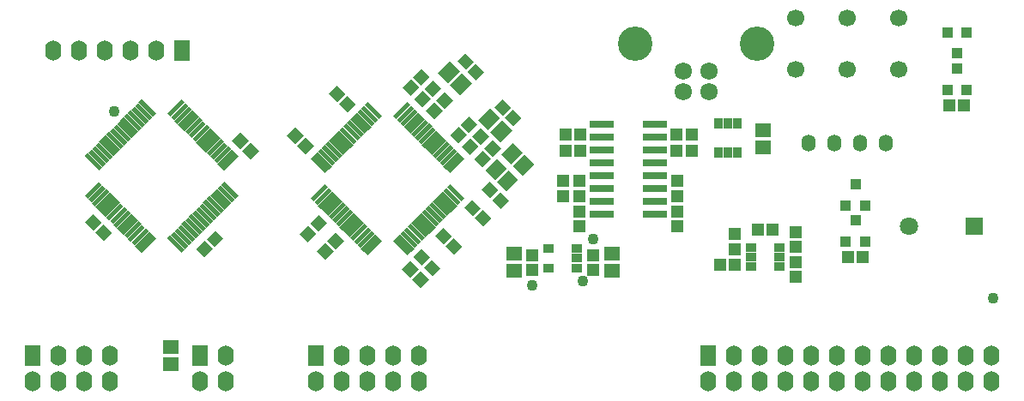
<source format=gts>
G04 #@! TF.FileFunction,Soldermask,Top*
%FSLAX46Y46*%
G04 Gerber Fmt 4.6, Leading zero omitted, Abs format (unit mm)*
G04 Created by KiCad (PCBNEW 4.0.6) date 08/12/17 18:43:04*
%MOMM*%
%LPD*%
G01*
G04 APERTURE LIST*
%ADD10C,0.100000*%
%ADD11R,1.650000X1.400000*%
%ADD12R,1.150000X1.200000*%
%ADD13R,1.200000X1.150000*%
%ADD14R,1.600000X2.000000*%
%ADD15O,1.600000X2.000000*%
%ADD16R,1.000000X1.100000*%
%ADD17C,1.100000*%
%ADD18R,2.400000X0.800000*%
%ADD19R,0.950000X1.100000*%
%ADD20R,1.100000X0.950000*%
%ADD21R,1.800000X1.800000*%
%ADD22C,1.800000*%
%ADD23C,1.720000*%
%ADD24C,3.400000*%
%ADD25C,1.700000*%
%ADD26O,1.400000X1.700000*%
G04 APERTURE END LIST*
D10*
G36*
X70493502Y-31130330D02*
X69680330Y-31943502D01*
X68831802Y-31094974D01*
X69644974Y-30281802D01*
X70493502Y-31130330D01*
X70493502Y-31130330D01*
G37*
G36*
X69468198Y-30105026D02*
X68655026Y-30918198D01*
X67806498Y-30069670D01*
X68619670Y-29256498D01*
X69468198Y-30105026D01*
X69468198Y-30105026D01*
G37*
G36*
X42215522Y-34569580D02*
X42533720Y-34887778D01*
X41119506Y-36301992D01*
X40801308Y-35983794D01*
X42215522Y-34569580D01*
X42215522Y-34569580D01*
G37*
G36*
X41861969Y-34216027D02*
X42180167Y-34534225D01*
X40765953Y-35948439D01*
X40447755Y-35630241D01*
X41861969Y-34216027D01*
X41861969Y-34216027D01*
G37*
G36*
X41508416Y-33862474D02*
X41826614Y-34180672D01*
X40412400Y-35594886D01*
X40094202Y-35276688D01*
X41508416Y-33862474D01*
X41508416Y-33862474D01*
G37*
G36*
X41154862Y-33508920D02*
X41473060Y-33827118D01*
X40058846Y-35241332D01*
X39740648Y-34923134D01*
X41154862Y-33508920D01*
X41154862Y-33508920D01*
G37*
G36*
X40801309Y-33155367D02*
X41119507Y-33473565D01*
X39705293Y-34887779D01*
X39387095Y-34569581D01*
X40801309Y-33155367D01*
X40801309Y-33155367D01*
G37*
G36*
X40447755Y-32801813D02*
X40765953Y-33120011D01*
X39351739Y-34534225D01*
X39033541Y-34216027D01*
X40447755Y-32801813D01*
X40447755Y-32801813D01*
G37*
G36*
X40094202Y-32448260D02*
X40412400Y-32766458D01*
X38998186Y-34180672D01*
X38679988Y-33862474D01*
X40094202Y-32448260D01*
X40094202Y-32448260D01*
G37*
G36*
X39740649Y-32094707D02*
X40058847Y-32412905D01*
X38644633Y-33827119D01*
X38326435Y-33508921D01*
X39740649Y-32094707D01*
X39740649Y-32094707D01*
G37*
G36*
X39387095Y-31741153D02*
X39705293Y-32059351D01*
X38291079Y-33473565D01*
X37972881Y-33155367D01*
X39387095Y-31741153D01*
X39387095Y-31741153D01*
G37*
G36*
X39033542Y-31387600D02*
X39351740Y-31705798D01*
X37937526Y-33120012D01*
X37619328Y-32801814D01*
X39033542Y-31387600D01*
X39033542Y-31387600D01*
G37*
G36*
X38679989Y-31034047D02*
X38998187Y-31352245D01*
X37583973Y-32766459D01*
X37265775Y-32448261D01*
X38679989Y-31034047D01*
X38679989Y-31034047D01*
G37*
G36*
X38326435Y-30680493D02*
X38644633Y-30998691D01*
X37230419Y-32412905D01*
X36912221Y-32094707D01*
X38326435Y-30680493D01*
X38326435Y-30680493D01*
G37*
G36*
X37972882Y-30326940D02*
X38291080Y-30645138D01*
X36876866Y-32059352D01*
X36558668Y-31741154D01*
X37972882Y-30326940D01*
X37972882Y-30326940D01*
G37*
G36*
X37619328Y-29973386D02*
X37937526Y-30291584D01*
X36523312Y-31705798D01*
X36205114Y-31387600D01*
X37619328Y-29973386D01*
X37619328Y-29973386D01*
G37*
G36*
X37265775Y-29619833D02*
X37583973Y-29938031D01*
X36169759Y-31352245D01*
X35851561Y-31034047D01*
X37265775Y-29619833D01*
X37265775Y-29619833D01*
G37*
G36*
X36912222Y-29266280D02*
X37230420Y-29584478D01*
X35816206Y-30998692D01*
X35498008Y-30680494D01*
X36912222Y-29266280D01*
X36912222Y-29266280D01*
G37*
G36*
X32669580Y-29584478D02*
X32987778Y-29266280D01*
X34401992Y-30680494D01*
X34083794Y-30998692D01*
X32669580Y-29584478D01*
X32669580Y-29584478D01*
G37*
G36*
X32316027Y-29938031D02*
X32634225Y-29619833D01*
X34048439Y-31034047D01*
X33730241Y-31352245D01*
X32316027Y-29938031D01*
X32316027Y-29938031D01*
G37*
G36*
X31962474Y-30291584D02*
X32280672Y-29973386D01*
X33694886Y-31387600D01*
X33376688Y-31705798D01*
X31962474Y-30291584D01*
X31962474Y-30291584D01*
G37*
G36*
X31608920Y-30645138D02*
X31927118Y-30326940D01*
X33341332Y-31741154D01*
X33023134Y-32059352D01*
X31608920Y-30645138D01*
X31608920Y-30645138D01*
G37*
G36*
X31255367Y-30998691D02*
X31573565Y-30680493D01*
X32987779Y-32094707D01*
X32669581Y-32412905D01*
X31255367Y-30998691D01*
X31255367Y-30998691D01*
G37*
G36*
X30901813Y-31352245D02*
X31220011Y-31034047D01*
X32634225Y-32448261D01*
X32316027Y-32766459D01*
X30901813Y-31352245D01*
X30901813Y-31352245D01*
G37*
G36*
X30548260Y-31705798D02*
X30866458Y-31387600D01*
X32280672Y-32801814D01*
X31962474Y-33120012D01*
X30548260Y-31705798D01*
X30548260Y-31705798D01*
G37*
G36*
X30194707Y-32059351D02*
X30512905Y-31741153D01*
X31927119Y-33155367D01*
X31608921Y-33473565D01*
X30194707Y-32059351D01*
X30194707Y-32059351D01*
G37*
G36*
X29841153Y-32412905D02*
X30159351Y-32094707D01*
X31573565Y-33508921D01*
X31255367Y-33827119D01*
X29841153Y-32412905D01*
X29841153Y-32412905D01*
G37*
G36*
X29487600Y-32766458D02*
X29805798Y-32448260D01*
X31220012Y-33862474D01*
X30901814Y-34180672D01*
X29487600Y-32766458D01*
X29487600Y-32766458D01*
G37*
G36*
X29134047Y-33120011D02*
X29452245Y-32801813D01*
X30866459Y-34216027D01*
X30548261Y-34534225D01*
X29134047Y-33120011D01*
X29134047Y-33120011D01*
G37*
G36*
X28780493Y-33473565D02*
X29098691Y-33155367D01*
X30512905Y-34569581D01*
X30194707Y-34887779D01*
X28780493Y-33473565D01*
X28780493Y-33473565D01*
G37*
G36*
X28426940Y-33827118D02*
X28745138Y-33508920D01*
X30159352Y-34923134D01*
X29841154Y-35241332D01*
X28426940Y-33827118D01*
X28426940Y-33827118D01*
G37*
G36*
X28073386Y-34180672D02*
X28391584Y-33862474D01*
X29805798Y-35276688D01*
X29487600Y-35594886D01*
X28073386Y-34180672D01*
X28073386Y-34180672D01*
G37*
G36*
X27719833Y-34534225D02*
X28038031Y-34216027D01*
X29452245Y-35630241D01*
X29134047Y-35948439D01*
X27719833Y-34534225D01*
X27719833Y-34534225D01*
G37*
G36*
X27366280Y-34887778D02*
X27684478Y-34569580D01*
X29098692Y-35983794D01*
X28780494Y-36301992D01*
X27366280Y-34887778D01*
X27366280Y-34887778D01*
G37*
G36*
X27684478Y-39130420D02*
X27366280Y-38812222D01*
X28780494Y-37398008D01*
X29098692Y-37716206D01*
X27684478Y-39130420D01*
X27684478Y-39130420D01*
G37*
G36*
X28038031Y-39483973D02*
X27719833Y-39165775D01*
X29134047Y-37751561D01*
X29452245Y-38069759D01*
X28038031Y-39483973D01*
X28038031Y-39483973D01*
G37*
G36*
X28391584Y-39837526D02*
X28073386Y-39519328D01*
X29487600Y-38105114D01*
X29805798Y-38423312D01*
X28391584Y-39837526D01*
X28391584Y-39837526D01*
G37*
G36*
X28745138Y-40191080D02*
X28426940Y-39872882D01*
X29841154Y-38458668D01*
X30159352Y-38776866D01*
X28745138Y-40191080D01*
X28745138Y-40191080D01*
G37*
G36*
X29098691Y-40544633D02*
X28780493Y-40226435D01*
X30194707Y-38812221D01*
X30512905Y-39130419D01*
X29098691Y-40544633D01*
X29098691Y-40544633D01*
G37*
G36*
X29452245Y-40898187D02*
X29134047Y-40579989D01*
X30548261Y-39165775D01*
X30866459Y-39483973D01*
X29452245Y-40898187D01*
X29452245Y-40898187D01*
G37*
G36*
X29805798Y-41251740D02*
X29487600Y-40933542D01*
X30901814Y-39519328D01*
X31220012Y-39837526D01*
X29805798Y-41251740D01*
X29805798Y-41251740D01*
G37*
G36*
X30159351Y-41605293D02*
X29841153Y-41287095D01*
X31255367Y-39872881D01*
X31573565Y-40191079D01*
X30159351Y-41605293D01*
X30159351Y-41605293D01*
G37*
G36*
X30512905Y-41958847D02*
X30194707Y-41640649D01*
X31608921Y-40226435D01*
X31927119Y-40544633D01*
X30512905Y-41958847D01*
X30512905Y-41958847D01*
G37*
G36*
X30866458Y-42312400D02*
X30548260Y-41994202D01*
X31962474Y-40579988D01*
X32280672Y-40898186D01*
X30866458Y-42312400D01*
X30866458Y-42312400D01*
G37*
G36*
X31220011Y-42665953D02*
X30901813Y-42347755D01*
X32316027Y-40933541D01*
X32634225Y-41251739D01*
X31220011Y-42665953D01*
X31220011Y-42665953D01*
G37*
G36*
X31573565Y-43019507D02*
X31255367Y-42701309D01*
X32669581Y-41287095D01*
X32987779Y-41605293D01*
X31573565Y-43019507D01*
X31573565Y-43019507D01*
G37*
G36*
X31927118Y-43373060D02*
X31608920Y-43054862D01*
X33023134Y-41640648D01*
X33341332Y-41958846D01*
X31927118Y-43373060D01*
X31927118Y-43373060D01*
G37*
G36*
X32280672Y-43726614D02*
X31962474Y-43408416D01*
X33376688Y-41994202D01*
X33694886Y-42312400D01*
X32280672Y-43726614D01*
X32280672Y-43726614D01*
G37*
G36*
X32634225Y-44080167D02*
X32316027Y-43761969D01*
X33730241Y-42347755D01*
X34048439Y-42665953D01*
X32634225Y-44080167D01*
X32634225Y-44080167D01*
G37*
G36*
X32987778Y-44433720D02*
X32669580Y-44115522D01*
X34083794Y-42701308D01*
X34401992Y-43019506D01*
X32987778Y-44433720D01*
X32987778Y-44433720D01*
G37*
G36*
X37230420Y-44115522D02*
X36912222Y-44433720D01*
X35498008Y-43019506D01*
X35816206Y-42701308D01*
X37230420Y-44115522D01*
X37230420Y-44115522D01*
G37*
G36*
X37583973Y-43761969D02*
X37265775Y-44080167D01*
X35851561Y-42665953D01*
X36169759Y-42347755D01*
X37583973Y-43761969D01*
X37583973Y-43761969D01*
G37*
G36*
X37937526Y-43408416D02*
X37619328Y-43726614D01*
X36205114Y-42312400D01*
X36523312Y-41994202D01*
X37937526Y-43408416D01*
X37937526Y-43408416D01*
G37*
G36*
X38291080Y-43054862D02*
X37972882Y-43373060D01*
X36558668Y-41958846D01*
X36876866Y-41640648D01*
X38291080Y-43054862D01*
X38291080Y-43054862D01*
G37*
G36*
X38644633Y-42701309D02*
X38326435Y-43019507D01*
X36912221Y-41605293D01*
X37230419Y-41287095D01*
X38644633Y-42701309D01*
X38644633Y-42701309D01*
G37*
G36*
X38998187Y-42347755D02*
X38679989Y-42665953D01*
X37265775Y-41251739D01*
X37583973Y-40933541D01*
X38998187Y-42347755D01*
X38998187Y-42347755D01*
G37*
G36*
X39351740Y-41994202D02*
X39033542Y-42312400D01*
X37619328Y-40898186D01*
X37937526Y-40579988D01*
X39351740Y-41994202D01*
X39351740Y-41994202D01*
G37*
G36*
X39705293Y-41640649D02*
X39387095Y-41958847D01*
X37972881Y-40544633D01*
X38291079Y-40226435D01*
X39705293Y-41640649D01*
X39705293Y-41640649D01*
G37*
G36*
X40058847Y-41287095D02*
X39740649Y-41605293D01*
X38326435Y-40191079D01*
X38644633Y-39872881D01*
X40058847Y-41287095D01*
X40058847Y-41287095D01*
G37*
G36*
X40412400Y-40933542D02*
X40094202Y-41251740D01*
X38679988Y-39837526D01*
X38998186Y-39519328D01*
X40412400Y-40933542D01*
X40412400Y-40933542D01*
G37*
G36*
X40765953Y-40579989D02*
X40447755Y-40898187D01*
X39033541Y-39483973D01*
X39351739Y-39165775D01*
X40765953Y-40579989D01*
X40765953Y-40579989D01*
G37*
G36*
X41119507Y-40226435D02*
X40801309Y-40544633D01*
X39387095Y-39130419D01*
X39705293Y-38812221D01*
X41119507Y-40226435D01*
X41119507Y-40226435D01*
G37*
G36*
X41473060Y-39872882D02*
X41154862Y-40191080D01*
X39740648Y-38776866D01*
X40058846Y-38458668D01*
X41473060Y-39872882D01*
X41473060Y-39872882D01*
G37*
G36*
X41826614Y-39519328D02*
X41508416Y-39837526D01*
X40094202Y-38423312D01*
X40412400Y-38105114D01*
X41826614Y-39519328D01*
X41826614Y-39519328D01*
G37*
G36*
X42180167Y-39165775D02*
X41861969Y-39483973D01*
X40447755Y-38069759D01*
X40765953Y-37751561D01*
X42180167Y-39165775D01*
X42180167Y-39165775D01*
G37*
G36*
X42533720Y-38812222D02*
X42215522Y-39130420D01*
X40801308Y-37716206D01*
X41119506Y-37398008D01*
X42533720Y-38812222D01*
X42533720Y-38812222D01*
G37*
D11*
X94300000Y-34050000D03*
X94300000Y-32350000D03*
D12*
X85800000Y-41825000D03*
X85800000Y-40375000D03*
X85800000Y-37375000D03*
X85800000Y-38825000D03*
X76200000Y-37375000D03*
X76200000Y-38825000D03*
X76200000Y-41825000D03*
X76200000Y-40375000D03*
D10*
G36*
X66556498Y-38219670D02*
X67369670Y-37406498D01*
X68218198Y-38255026D01*
X67405026Y-39068198D01*
X66556498Y-38219670D01*
X66556498Y-38219670D01*
G37*
G36*
X67581802Y-39244974D02*
X68394974Y-38431802D01*
X69243502Y-39280330D01*
X68430330Y-40093502D01*
X67581802Y-39244974D01*
X67581802Y-39244974D01*
G37*
G36*
X67630330Y-33306498D02*
X68443502Y-34119670D01*
X67594974Y-34968198D01*
X66781802Y-34155026D01*
X67630330Y-33306498D01*
X67630330Y-33306498D01*
G37*
G36*
X66605026Y-34331802D02*
X67418198Y-35144974D01*
X66569670Y-35993502D01*
X65756498Y-35180330D01*
X66605026Y-34331802D01*
X66605026Y-34331802D01*
G37*
G36*
X65578338Y-27711612D02*
X64411612Y-28878338D01*
X63421662Y-27888388D01*
X64588388Y-26721662D01*
X65578338Y-27711612D01*
X65578338Y-27711612D01*
G37*
G36*
X64376256Y-26509530D02*
X63209530Y-27676256D01*
X62219580Y-26686306D01*
X63386306Y-25519580D01*
X64376256Y-26509530D01*
X64376256Y-26509530D01*
G37*
G36*
X69528338Y-32361612D02*
X68361612Y-33528338D01*
X67371662Y-32538388D01*
X68538388Y-31371662D01*
X69528338Y-32361612D01*
X69528338Y-32361612D01*
G37*
G36*
X68326256Y-31159530D02*
X67159530Y-32326256D01*
X66169580Y-31336306D01*
X67336306Y-30169580D01*
X68326256Y-31159530D01*
X68326256Y-31159530D01*
G37*
G36*
X61819670Y-31243502D02*
X61006498Y-30430330D01*
X61855026Y-29581802D01*
X62668198Y-30394974D01*
X61819670Y-31243502D01*
X61819670Y-31243502D01*
G37*
G36*
X62844974Y-30218198D02*
X62031802Y-29405026D01*
X62880330Y-28556498D01*
X63693502Y-29369670D01*
X62844974Y-30218198D01*
X62844974Y-30218198D01*
G37*
G36*
X65369670Y-34793502D02*
X64556498Y-33980330D01*
X65405026Y-33131802D01*
X66218198Y-33944974D01*
X65369670Y-34793502D01*
X65369670Y-34793502D01*
G37*
G36*
X66394974Y-33768198D02*
X65581802Y-32955026D01*
X66430330Y-32106498D01*
X67243502Y-32919670D01*
X66394974Y-33768198D01*
X66394974Y-33768198D01*
G37*
G36*
X59806498Y-44869670D02*
X60619670Y-44056498D01*
X61468198Y-44905026D01*
X60655026Y-45718198D01*
X59806498Y-44869670D01*
X59806498Y-44869670D01*
G37*
G36*
X60831802Y-45894974D02*
X61644974Y-45081802D01*
X62493502Y-45930330D01*
X61680330Y-46743502D01*
X60831802Y-45894974D01*
X60831802Y-45894974D01*
G37*
G36*
X49993502Y-33880330D02*
X49180330Y-34693502D01*
X48331802Y-33844974D01*
X49144974Y-33031802D01*
X49993502Y-33880330D01*
X49993502Y-33880330D01*
G37*
G36*
X48968198Y-32855026D02*
X48155026Y-33668198D01*
X47306498Y-32819670D01*
X48119670Y-32006498D01*
X48968198Y-32855026D01*
X48968198Y-32855026D01*
G37*
G36*
X61956498Y-42769670D02*
X62769670Y-41956498D01*
X63618198Y-42805026D01*
X62805026Y-43618198D01*
X61956498Y-42769670D01*
X61956498Y-42769670D01*
G37*
G36*
X62981802Y-43794974D02*
X63794974Y-42981802D01*
X64643502Y-43830330D01*
X63830330Y-44643502D01*
X62981802Y-43794974D01*
X62981802Y-43794974D01*
G37*
G36*
X52130330Y-42406498D02*
X52943502Y-43219670D01*
X52094974Y-44068198D01*
X51281802Y-43255026D01*
X52130330Y-42406498D01*
X52130330Y-42406498D01*
G37*
G36*
X51105026Y-43431802D02*
X51918198Y-44244974D01*
X51069670Y-45093502D01*
X50256498Y-44280330D01*
X51105026Y-43431802D01*
X51105026Y-43431802D01*
G37*
G36*
X54143502Y-29780330D02*
X53330330Y-30593502D01*
X52481802Y-29744974D01*
X53294974Y-28931802D01*
X54143502Y-29780330D01*
X54143502Y-29780330D01*
G37*
G36*
X53118198Y-28755026D02*
X52305026Y-29568198D01*
X51456498Y-28719670D01*
X52269670Y-27906498D01*
X53118198Y-28755026D01*
X53118198Y-28755026D01*
G37*
G36*
X64806498Y-39969670D02*
X65619670Y-39156498D01*
X66468198Y-40005026D01*
X65655026Y-40818198D01*
X64806498Y-39969670D01*
X64806498Y-39969670D01*
G37*
G36*
X65831802Y-40994974D02*
X66644974Y-40181802D01*
X67493502Y-41030330D01*
X66680330Y-41843502D01*
X65831802Y-40994974D01*
X65831802Y-40994974D01*
G37*
G36*
X60669670Y-30093502D02*
X59856498Y-29280330D01*
X60705026Y-28431802D01*
X61518198Y-29244974D01*
X60669670Y-30093502D01*
X60669670Y-30093502D01*
G37*
G36*
X61694974Y-29068198D02*
X60881802Y-28255026D01*
X61730330Y-27406498D01*
X62543502Y-28219670D01*
X61694974Y-29068198D01*
X61694974Y-29068198D01*
G37*
G36*
X58656498Y-46019670D02*
X59469670Y-45206498D01*
X60318198Y-46055026D01*
X59505026Y-46868198D01*
X58656498Y-46019670D01*
X58656498Y-46019670D01*
G37*
G36*
X59681802Y-47044974D02*
X60494974Y-46231802D01*
X61343502Y-47080330D01*
X60530330Y-47893502D01*
X59681802Y-47044974D01*
X59681802Y-47044974D01*
G37*
G36*
X50430330Y-40706498D02*
X51243502Y-41519670D01*
X50394974Y-42368198D01*
X49581802Y-41555026D01*
X50430330Y-40706498D01*
X50430330Y-40706498D01*
G37*
G36*
X49405026Y-41731802D02*
X50218198Y-42544974D01*
X49369670Y-43393502D01*
X48556498Y-42580330D01*
X49405026Y-41731802D01*
X49405026Y-41731802D01*
G37*
D11*
X79350000Y-46250000D03*
X79350000Y-44550000D03*
D12*
X77542743Y-46121293D03*
X77542743Y-44671293D03*
X71542743Y-46121293D03*
X71542743Y-44671293D03*
D11*
X69742743Y-46250000D03*
X69742743Y-44550000D03*
D13*
X95225000Y-42150000D03*
X93775000Y-42150000D03*
D10*
G36*
X41906498Y-33319670D02*
X42719670Y-32506498D01*
X43568198Y-33355026D01*
X42755026Y-34168198D01*
X41906498Y-33319670D01*
X41906498Y-33319670D01*
G37*
G36*
X42931802Y-34344974D02*
X43744974Y-33531802D01*
X44593502Y-34380330D01*
X43780330Y-35193502D01*
X42931802Y-34344974D01*
X42931802Y-34344974D01*
G37*
G36*
X27406498Y-41419670D02*
X28219670Y-40606498D01*
X29068198Y-41455026D01*
X28255026Y-42268198D01*
X27406498Y-41419670D01*
X27406498Y-41419670D01*
G37*
G36*
X28431802Y-42444974D02*
X29244974Y-41631802D01*
X30093502Y-42480330D01*
X29280330Y-43293502D01*
X28431802Y-42444974D01*
X28431802Y-42444974D01*
G37*
G36*
X40230330Y-42206498D02*
X41043502Y-43019670D01*
X40194974Y-43868198D01*
X39381802Y-43055026D01*
X40230330Y-42206498D01*
X40230330Y-42206498D01*
G37*
G36*
X39205026Y-43231802D02*
X40018198Y-44044974D01*
X39169670Y-44893502D01*
X38356498Y-44080330D01*
X39205026Y-43231802D01*
X39205026Y-43231802D01*
G37*
D11*
X35900000Y-53750000D03*
X35900000Y-55450000D03*
D14*
X36950000Y-24500000D03*
D15*
X34410000Y-24500000D03*
X31870000Y-24500000D03*
X29330000Y-24500000D03*
X26790000Y-24500000D03*
X24250000Y-24500000D03*
D16*
X114350000Y-22650000D03*
X112450000Y-22650000D03*
X113400000Y-24750000D03*
X102450000Y-39750000D03*
X104350000Y-39750000D03*
X103400000Y-37650000D03*
D13*
X87225000Y-34400000D03*
X85775000Y-34400000D03*
X76225000Y-34400000D03*
X74775000Y-34400000D03*
X87225000Y-32800000D03*
X85775000Y-32800000D03*
X76225000Y-32800000D03*
X74775000Y-32800000D03*
D10*
G36*
X65280330Y-30956498D02*
X66093502Y-31769670D01*
X65244974Y-32618198D01*
X64431802Y-31805026D01*
X65280330Y-30956498D01*
X65280330Y-30956498D01*
G37*
G36*
X64255026Y-31981802D02*
X65068198Y-32794974D01*
X64219670Y-33643502D01*
X63406498Y-32830330D01*
X64255026Y-31981802D01*
X64255026Y-31981802D01*
G37*
G36*
X64106498Y-25519670D02*
X64919670Y-24706498D01*
X65768198Y-25555026D01*
X64955026Y-26368198D01*
X64106498Y-25519670D01*
X64106498Y-25519670D01*
G37*
G36*
X65131802Y-26544974D02*
X65944974Y-25731802D01*
X66793502Y-26580330D01*
X65980330Y-27393502D01*
X65131802Y-26544974D01*
X65131802Y-26544974D01*
G37*
D12*
X97500000Y-45375000D03*
X97500000Y-46825000D03*
X91500000Y-44075000D03*
X91500000Y-42625000D03*
X97500000Y-43825000D03*
X97500000Y-42375000D03*
D13*
X91525000Y-45650000D03*
X90075000Y-45650000D03*
D10*
G36*
X59519670Y-28943502D02*
X58706498Y-28130330D01*
X59555026Y-27281802D01*
X60368198Y-28094974D01*
X59519670Y-28943502D01*
X59519670Y-28943502D01*
G37*
G36*
X60544974Y-27918198D02*
X59731802Y-27105026D01*
X60580330Y-26256498D01*
X61393502Y-27069670D01*
X60544974Y-27918198D01*
X60544974Y-27918198D01*
G37*
D13*
X114125000Y-29900000D03*
X112675000Y-29900000D03*
X104125000Y-44900000D03*
X102675000Y-44900000D03*
D12*
X74600000Y-38825000D03*
X74600000Y-37375000D03*
D16*
X112450000Y-28350000D03*
X114350000Y-28350000D03*
X113400000Y-26250000D03*
X102450000Y-43350000D03*
X104350000Y-43350000D03*
X103400000Y-41250000D03*
D17*
X116950000Y-48950000D03*
X71542743Y-47696293D03*
X76500000Y-47200000D03*
X77542743Y-43096293D03*
X30300000Y-30500000D03*
D18*
X83600000Y-40645000D03*
X83600000Y-39375000D03*
X83600000Y-38105000D03*
X83600000Y-36835000D03*
X83600000Y-35565000D03*
X83600000Y-34295000D03*
X83600000Y-33025000D03*
X83600000Y-31755000D03*
X78400000Y-31755000D03*
X78400000Y-33025000D03*
X78400000Y-34295000D03*
X78400000Y-35565000D03*
X78400000Y-36835000D03*
X78400000Y-38105000D03*
X78400000Y-39375000D03*
X78400000Y-40645000D03*
D19*
X91750000Y-31700000D03*
X90800000Y-31700000D03*
X89850000Y-31700000D03*
X89850000Y-34500000D03*
X90800000Y-34500000D03*
X91750000Y-34500000D03*
D20*
X75942743Y-45946293D03*
X75942743Y-44996293D03*
X75942743Y-44046293D03*
X73142743Y-44046293D03*
X73142743Y-45946293D03*
X93100000Y-43900000D03*
X93100000Y-44850000D03*
X93100000Y-45800000D03*
X95900000Y-45800000D03*
X95900000Y-44850000D03*
X95900000Y-43900000D03*
D21*
X115150000Y-41800000D03*
D22*
X108650000Y-41800000D03*
D23*
X88970000Y-28500000D03*
X86430000Y-28500000D03*
X86430000Y-26500000D03*
X88970000Y-26500000D03*
D24*
X93700000Y-23800000D03*
X81700000Y-23800000D03*
D25*
X97520000Y-26340000D03*
X97520000Y-21260000D03*
X102600000Y-26340000D03*
X102600000Y-21260000D03*
X107680000Y-21260000D03*
X107680000Y-26340000D03*
D10*
G36*
X68999480Y-38386486D02*
X68044885Y-37431891D01*
X69176256Y-36300520D01*
X70130851Y-37255115D01*
X68999480Y-38386486D01*
X68999480Y-38386486D01*
G37*
G36*
X69423744Y-35699480D02*
X68469149Y-34744885D01*
X69600520Y-33613514D01*
X70555115Y-34568109D01*
X69423744Y-35699480D01*
X69423744Y-35699480D01*
G37*
G36*
X70555115Y-36830851D02*
X69600520Y-35876256D01*
X70731891Y-34744885D01*
X71686486Y-35699480D01*
X70555115Y-36830851D01*
X70555115Y-36830851D01*
G37*
G36*
X67868109Y-37255115D02*
X66913514Y-36300520D01*
X68044885Y-35169149D01*
X68999480Y-36123744D01*
X67868109Y-37255115D01*
X67868109Y-37255115D01*
G37*
D14*
X22225000Y-54610000D03*
D15*
X22225000Y-57150000D03*
X24765000Y-54610000D03*
X24765000Y-57150000D03*
X27305000Y-54610000D03*
X27305000Y-57150000D03*
X29845000Y-54610000D03*
X29845000Y-57150000D03*
D14*
X38735000Y-54610000D03*
D15*
X38735000Y-57150000D03*
X41275000Y-54610000D03*
X41275000Y-57150000D03*
D14*
X50165000Y-54610000D03*
D15*
X50165000Y-57150000D03*
X52705000Y-54610000D03*
X52705000Y-57150000D03*
X55245000Y-54610000D03*
X55245000Y-57150000D03*
X57785000Y-54610000D03*
X57785000Y-57150000D03*
X60325000Y-54610000D03*
X60325000Y-57150000D03*
D14*
X88900000Y-54610000D03*
D15*
X88900000Y-57150000D03*
X91440000Y-54610000D03*
X91440000Y-57150000D03*
X93980000Y-54610000D03*
X93980000Y-57150000D03*
X96520000Y-54610000D03*
X96520000Y-57150000D03*
X99060000Y-54610000D03*
X99060000Y-57150000D03*
X101600000Y-54610000D03*
X101600000Y-57150000D03*
X104140000Y-54610000D03*
X104140000Y-57150000D03*
X106680000Y-54610000D03*
X106680000Y-57150000D03*
X109220000Y-54610000D03*
X109220000Y-57150000D03*
X111760000Y-54610000D03*
X111760000Y-57150000D03*
X114300000Y-54610000D03*
X114300000Y-57150000D03*
X116840000Y-54610000D03*
X116840000Y-57150000D03*
D10*
G36*
X64515522Y-34819580D02*
X64833720Y-35137778D01*
X63419506Y-36551992D01*
X63101308Y-36233794D01*
X64515522Y-34819580D01*
X64515522Y-34819580D01*
G37*
G36*
X64161969Y-34466027D02*
X64480167Y-34784225D01*
X63065953Y-36198439D01*
X62747755Y-35880241D01*
X64161969Y-34466027D01*
X64161969Y-34466027D01*
G37*
G36*
X63808416Y-34112474D02*
X64126614Y-34430672D01*
X62712400Y-35844886D01*
X62394202Y-35526688D01*
X63808416Y-34112474D01*
X63808416Y-34112474D01*
G37*
G36*
X63454862Y-33758920D02*
X63773060Y-34077118D01*
X62358846Y-35491332D01*
X62040648Y-35173134D01*
X63454862Y-33758920D01*
X63454862Y-33758920D01*
G37*
G36*
X63101309Y-33405367D02*
X63419507Y-33723565D01*
X62005293Y-35137779D01*
X61687095Y-34819581D01*
X63101309Y-33405367D01*
X63101309Y-33405367D01*
G37*
G36*
X62747755Y-33051813D02*
X63065953Y-33370011D01*
X61651739Y-34784225D01*
X61333541Y-34466027D01*
X62747755Y-33051813D01*
X62747755Y-33051813D01*
G37*
G36*
X62394202Y-32698260D02*
X62712400Y-33016458D01*
X61298186Y-34430672D01*
X60979988Y-34112474D01*
X62394202Y-32698260D01*
X62394202Y-32698260D01*
G37*
G36*
X62040649Y-32344707D02*
X62358847Y-32662905D01*
X60944633Y-34077119D01*
X60626435Y-33758921D01*
X62040649Y-32344707D01*
X62040649Y-32344707D01*
G37*
G36*
X61687095Y-31991153D02*
X62005293Y-32309351D01*
X60591079Y-33723565D01*
X60272881Y-33405367D01*
X61687095Y-31991153D01*
X61687095Y-31991153D01*
G37*
G36*
X61333542Y-31637600D02*
X61651740Y-31955798D01*
X60237526Y-33370012D01*
X59919328Y-33051814D01*
X61333542Y-31637600D01*
X61333542Y-31637600D01*
G37*
G36*
X60979989Y-31284047D02*
X61298187Y-31602245D01*
X59883973Y-33016459D01*
X59565775Y-32698261D01*
X60979989Y-31284047D01*
X60979989Y-31284047D01*
G37*
G36*
X60626435Y-30930493D02*
X60944633Y-31248691D01*
X59530419Y-32662905D01*
X59212221Y-32344707D01*
X60626435Y-30930493D01*
X60626435Y-30930493D01*
G37*
G36*
X60272882Y-30576940D02*
X60591080Y-30895138D01*
X59176866Y-32309352D01*
X58858668Y-31991154D01*
X60272882Y-30576940D01*
X60272882Y-30576940D01*
G37*
G36*
X59919328Y-30223386D02*
X60237526Y-30541584D01*
X58823312Y-31955798D01*
X58505114Y-31637600D01*
X59919328Y-30223386D01*
X59919328Y-30223386D01*
G37*
G36*
X59565775Y-29869833D02*
X59883973Y-30188031D01*
X58469759Y-31602245D01*
X58151561Y-31284047D01*
X59565775Y-29869833D01*
X59565775Y-29869833D01*
G37*
G36*
X59212222Y-29516280D02*
X59530420Y-29834478D01*
X58116206Y-31248692D01*
X57798008Y-30930494D01*
X59212222Y-29516280D01*
X59212222Y-29516280D01*
G37*
G36*
X54969580Y-29834478D02*
X55287778Y-29516280D01*
X56701992Y-30930494D01*
X56383794Y-31248692D01*
X54969580Y-29834478D01*
X54969580Y-29834478D01*
G37*
G36*
X54616027Y-30188031D02*
X54934225Y-29869833D01*
X56348439Y-31284047D01*
X56030241Y-31602245D01*
X54616027Y-30188031D01*
X54616027Y-30188031D01*
G37*
G36*
X54262474Y-30541584D02*
X54580672Y-30223386D01*
X55994886Y-31637600D01*
X55676688Y-31955798D01*
X54262474Y-30541584D01*
X54262474Y-30541584D01*
G37*
G36*
X53908920Y-30895138D02*
X54227118Y-30576940D01*
X55641332Y-31991154D01*
X55323134Y-32309352D01*
X53908920Y-30895138D01*
X53908920Y-30895138D01*
G37*
G36*
X53555367Y-31248691D02*
X53873565Y-30930493D01*
X55287779Y-32344707D01*
X54969581Y-32662905D01*
X53555367Y-31248691D01*
X53555367Y-31248691D01*
G37*
G36*
X53201813Y-31602245D02*
X53520011Y-31284047D01*
X54934225Y-32698261D01*
X54616027Y-33016459D01*
X53201813Y-31602245D01*
X53201813Y-31602245D01*
G37*
G36*
X52848260Y-31955798D02*
X53166458Y-31637600D01*
X54580672Y-33051814D01*
X54262474Y-33370012D01*
X52848260Y-31955798D01*
X52848260Y-31955798D01*
G37*
G36*
X52494707Y-32309351D02*
X52812905Y-31991153D01*
X54227119Y-33405367D01*
X53908921Y-33723565D01*
X52494707Y-32309351D01*
X52494707Y-32309351D01*
G37*
G36*
X52141153Y-32662905D02*
X52459351Y-32344707D01*
X53873565Y-33758921D01*
X53555367Y-34077119D01*
X52141153Y-32662905D01*
X52141153Y-32662905D01*
G37*
G36*
X51787600Y-33016458D02*
X52105798Y-32698260D01*
X53520012Y-34112474D01*
X53201814Y-34430672D01*
X51787600Y-33016458D01*
X51787600Y-33016458D01*
G37*
G36*
X51434047Y-33370011D02*
X51752245Y-33051813D01*
X53166459Y-34466027D01*
X52848261Y-34784225D01*
X51434047Y-33370011D01*
X51434047Y-33370011D01*
G37*
G36*
X51080493Y-33723565D02*
X51398691Y-33405367D01*
X52812905Y-34819581D01*
X52494707Y-35137779D01*
X51080493Y-33723565D01*
X51080493Y-33723565D01*
G37*
G36*
X50726940Y-34077118D02*
X51045138Y-33758920D01*
X52459352Y-35173134D01*
X52141154Y-35491332D01*
X50726940Y-34077118D01*
X50726940Y-34077118D01*
G37*
G36*
X50373386Y-34430672D02*
X50691584Y-34112474D01*
X52105798Y-35526688D01*
X51787600Y-35844886D01*
X50373386Y-34430672D01*
X50373386Y-34430672D01*
G37*
G36*
X50019833Y-34784225D02*
X50338031Y-34466027D01*
X51752245Y-35880241D01*
X51434047Y-36198439D01*
X50019833Y-34784225D01*
X50019833Y-34784225D01*
G37*
G36*
X49666280Y-35137778D02*
X49984478Y-34819580D01*
X51398692Y-36233794D01*
X51080494Y-36551992D01*
X49666280Y-35137778D01*
X49666280Y-35137778D01*
G37*
G36*
X49984478Y-39380420D02*
X49666280Y-39062222D01*
X51080494Y-37648008D01*
X51398692Y-37966206D01*
X49984478Y-39380420D01*
X49984478Y-39380420D01*
G37*
G36*
X50338031Y-39733973D02*
X50019833Y-39415775D01*
X51434047Y-38001561D01*
X51752245Y-38319759D01*
X50338031Y-39733973D01*
X50338031Y-39733973D01*
G37*
G36*
X50691584Y-40087526D02*
X50373386Y-39769328D01*
X51787600Y-38355114D01*
X52105798Y-38673312D01*
X50691584Y-40087526D01*
X50691584Y-40087526D01*
G37*
G36*
X51045138Y-40441080D02*
X50726940Y-40122882D01*
X52141154Y-38708668D01*
X52459352Y-39026866D01*
X51045138Y-40441080D01*
X51045138Y-40441080D01*
G37*
G36*
X51398691Y-40794633D02*
X51080493Y-40476435D01*
X52494707Y-39062221D01*
X52812905Y-39380419D01*
X51398691Y-40794633D01*
X51398691Y-40794633D01*
G37*
G36*
X51752245Y-41148187D02*
X51434047Y-40829989D01*
X52848261Y-39415775D01*
X53166459Y-39733973D01*
X51752245Y-41148187D01*
X51752245Y-41148187D01*
G37*
G36*
X52105798Y-41501740D02*
X51787600Y-41183542D01*
X53201814Y-39769328D01*
X53520012Y-40087526D01*
X52105798Y-41501740D01*
X52105798Y-41501740D01*
G37*
G36*
X52459351Y-41855293D02*
X52141153Y-41537095D01*
X53555367Y-40122881D01*
X53873565Y-40441079D01*
X52459351Y-41855293D01*
X52459351Y-41855293D01*
G37*
G36*
X52812905Y-42208847D02*
X52494707Y-41890649D01*
X53908921Y-40476435D01*
X54227119Y-40794633D01*
X52812905Y-42208847D01*
X52812905Y-42208847D01*
G37*
G36*
X53166458Y-42562400D02*
X52848260Y-42244202D01*
X54262474Y-40829988D01*
X54580672Y-41148186D01*
X53166458Y-42562400D01*
X53166458Y-42562400D01*
G37*
G36*
X53520011Y-42915953D02*
X53201813Y-42597755D01*
X54616027Y-41183541D01*
X54934225Y-41501739D01*
X53520011Y-42915953D01*
X53520011Y-42915953D01*
G37*
G36*
X53873565Y-43269507D02*
X53555367Y-42951309D01*
X54969581Y-41537095D01*
X55287779Y-41855293D01*
X53873565Y-43269507D01*
X53873565Y-43269507D01*
G37*
G36*
X54227118Y-43623060D02*
X53908920Y-43304862D01*
X55323134Y-41890648D01*
X55641332Y-42208846D01*
X54227118Y-43623060D01*
X54227118Y-43623060D01*
G37*
G36*
X54580672Y-43976614D02*
X54262474Y-43658416D01*
X55676688Y-42244202D01*
X55994886Y-42562400D01*
X54580672Y-43976614D01*
X54580672Y-43976614D01*
G37*
G36*
X54934225Y-44330167D02*
X54616027Y-44011969D01*
X56030241Y-42597755D01*
X56348439Y-42915953D01*
X54934225Y-44330167D01*
X54934225Y-44330167D01*
G37*
G36*
X55287778Y-44683720D02*
X54969580Y-44365522D01*
X56383794Y-42951308D01*
X56701992Y-43269506D01*
X55287778Y-44683720D01*
X55287778Y-44683720D01*
G37*
G36*
X59530420Y-44365522D02*
X59212222Y-44683720D01*
X57798008Y-43269506D01*
X58116206Y-42951308D01*
X59530420Y-44365522D01*
X59530420Y-44365522D01*
G37*
G36*
X59883973Y-44011969D02*
X59565775Y-44330167D01*
X58151561Y-42915953D01*
X58469759Y-42597755D01*
X59883973Y-44011969D01*
X59883973Y-44011969D01*
G37*
G36*
X60237526Y-43658416D02*
X59919328Y-43976614D01*
X58505114Y-42562400D01*
X58823312Y-42244202D01*
X60237526Y-43658416D01*
X60237526Y-43658416D01*
G37*
G36*
X60591080Y-43304862D02*
X60272882Y-43623060D01*
X58858668Y-42208846D01*
X59176866Y-41890648D01*
X60591080Y-43304862D01*
X60591080Y-43304862D01*
G37*
G36*
X60944633Y-42951309D02*
X60626435Y-43269507D01*
X59212221Y-41855293D01*
X59530419Y-41537095D01*
X60944633Y-42951309D01*
X60944633Y-42951309D01*
G37*
G36*
X61298187Y-42597755D02*
X60979989Y-42915953D01*
X59565775Y-41501739D01*
X59883973Y-41183541D01*
X61298187Y-42597755D01*
X61298187Y-42597755D01*
G37*
G36*
X61651740Y-42244202D02*
X61333542Y-42562400D01*
X59919328Y-41148186D01*
X60237526Y-40829988D01*
X61651740Y-42244202D01*
X61651740Y-42244202D01*
G37*
G36*
X62005293Y-41890649D02*
X61687095Y-42208847D01*
X60272881Y-40794633D01*
X60591079Y-40476435D01*
X62005293Y-41890649D01*
X62005293Y-41890649D01*
G37*
G36*
X62358847Y-41537095D02*
X62040649Y-41855293D01*
X60626435Y-40441079D01*
X60944633Y-40122881D01*
X62358847Y-41537095D01*
X62358847Y-41537095D01*
G37*
G36*
X62712400Y-41183542D02*
X62394202Y-41501740D01*
X60979988Y-40087526D01*
X61298186Y-39769328D01*
X62712400Y-41183542D01*
X62712400Y-41183542D01*
G37*
G36*
X63065953Y-40829989D02*
X62747755Y-41148187D01*
X61333541Y-39733973D01*
X61651739Y-39415775D01*
X63065953Y-40829989D01*
X63065953Y-40829989D01*
G37*
G36*
X63419507Y-40476435D02*
X63101309Y-40794633D01*
X61687095Y-39380419D01*
X62005293Y-39062221D01*
X63419507Y-40476435D01*
X63419507Y-40476435D01*
G37*
G36*
X63773060Y-40122882D02*
X63454862Y-40441080D01*
X62040648Y-39026866D01*
X62358846Y-38708668D01*
X63773060Y-40122882D01*
X63773060Y-40122882D01*
G37*
G36*
X64126614Y-39769328D02*
X63808416Y-40087526D01*
X62394202Y-38673312D01*
X62712400Y-38355114D01*
X64126614Y-39769328D01*
X64126614Y-39769328D01*
G37*
G36*
X64480167Y-39415775D02*
X64161969Y-39733973D01*
X62747755Y-38319759D01*
X63065953Y-38001561D01*
X64480167Y-39415775D01*
X64480167Y-39415775D01*
G37*
G36*
X64833720Y-39062222D02*
X64515522Y-39380420D01*
X63101308Y-37966206D01*
X63419506Y-37648008D01*
X64833720Y-39062222D01*
X64833720Y-39062222D01*
G37*
D26*
X98790000Y-33650000D03*
X101330000Y-33650000D03*
X103870000Y-33650000D03*
X106410000Y-33650000D03*
M02*

</source>
